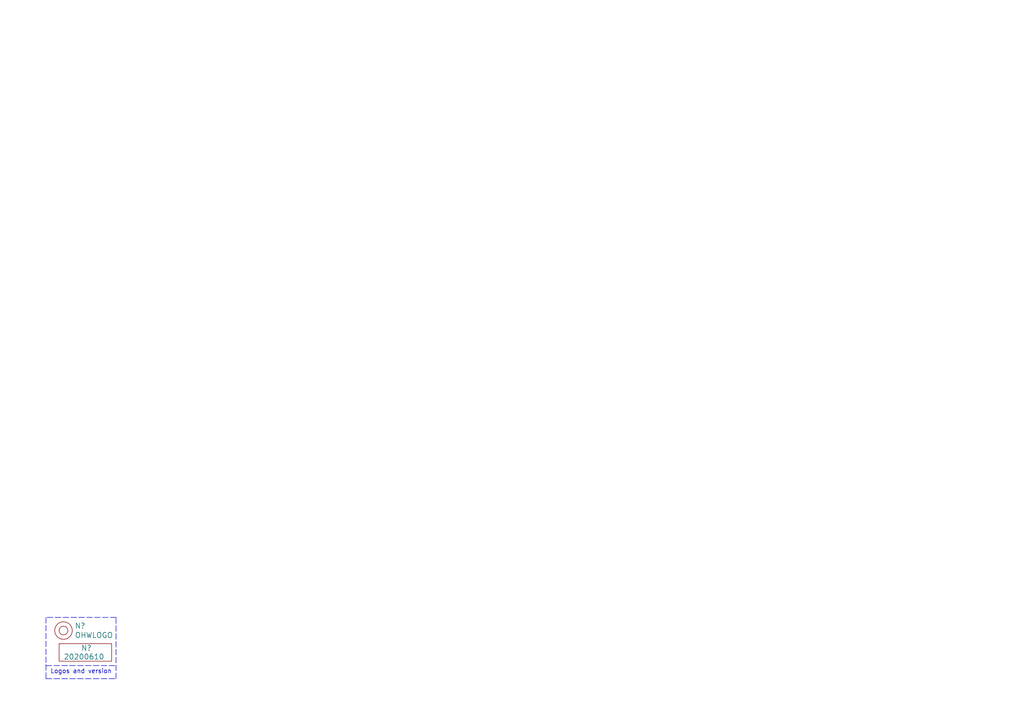
<source format=kicad_sch>
(kicad_sch (version 20211123) (generator eeschema)
  (paper "A4")
  (title_block (title "JLCPCB Design") (rev "1"))
  (lib_symbols
    (symbol "OshPark-2Layer:OHWLOGO" (pin_names (offset 1.016))
      (property "Reference" "N2" (at 3.2512 1.3462 0))
      (property "Value" "OHWLOGO" (at 3.2512 -1.3462 0))
      (symbol "OHWLOGO_0_1"
        (circle (center 0 0) (radius 1.27))
        (circle (center 0 0) (radius 2.54))
      )
    )
    (symbol "OshPark-2Layer:VYYYYMMDD" (pin_names (offset 1.016))
      (property "Reference" "N1" (at -1.27 2.54 0))
      (property "Value" "VYYYYMMDD" (at -6.35 0 0))
      (symbol "VYYYYMMDD_0_1"
        (rectangle (start 7.62 -1.27) (end -7.62 3.81))
      )
    )
  )
  (polyline (pts (xy 13.335 196.85) (xy 33.655 196.85)))
  (polyline (pts (xy 13.335 179.07) (xy 13.335 196.85)))
  (polyline (pts (xy 33.655 196.85) (xy 33.655 179.07)))
  (polyline (pts (xy 13.335 193.04) (xy 33.655 193.04)))
  (polyline (pts (xy 33.655 179.07) (xy 13.335 179.07)))
  (text "Logos and version" (at 14.605 195.58 0) (effects (font (size 1.27 1.27)) (justify left bottom)))
  (symbol (lib_id "OshPark-2Layer:OHWLOGO") (at 18.415 182.88 0) (unit 1)
    (property "Reference" "N?" (at 21.6662 181.5338 0) (effects (font (size 1.524 1.524)) (justify left)))
    (property "Value" "OHWLOGO" (at 21.6662 184.2262 0) (effects (font (size 1.524 1.524)) (justify left)))
    (property "Footprint" "Symbol:OSHW-Symbol_6.7x6mm_SilkScreen" (effects hide))
  )
  (symbol (lib_id "OshPark-2Layer:VYYYYMMDD") (at 24.765 190.5 0) (unit 1)
    (property "Reference" "N?" (at 23.495 187.96 0) (effects (font (size 1.524 1.524)) (justify left)))
    (property "Value" "20200610" (at 18.415 190.5 0) (effects (font (size 1.524 1.524)) (justify left)))
    (property "Footprint" "SquantorLabels:Label_Generic" (effects hide))
  )
)
</source>
